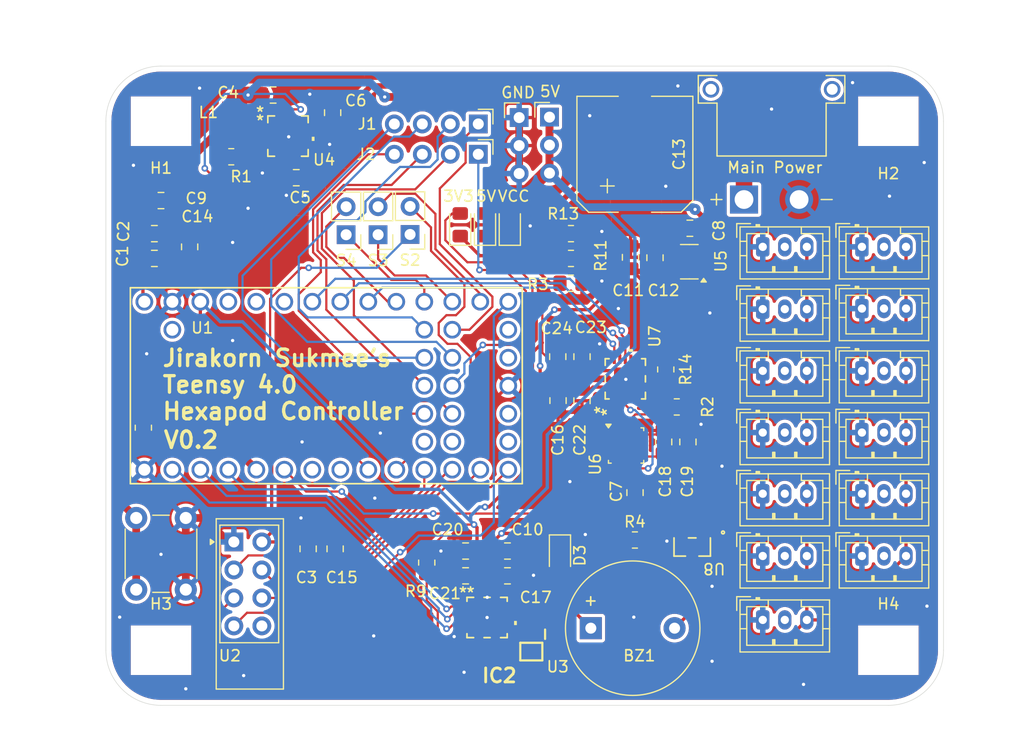
<source format=kicad_pcb>
(kicad_pcb (version 20240108) (generator "pcbnew") (generator_version "8.0")
  (layers (0 "F.Cu" signal) (1 "In1.Cu" power "PWR") (2 "In2.Cu" power "GND") (31 "B.Cu" signal) (34 "B.Paste" user) (35 "F.Paste" user) (36 "B.SilkS" user "B.Silkscreen") (37 "F.SilkS" user "F.Silkscreen") (38 "B.Mask" user) (39 "F.Mask" user) (44 "Edge.Cuts" user))
  (net 0 "")
  (net 1 "+5V")
  (net 2 "Net-(D5-K)")
  (net 3 "/button")
  (net 4 "Net-(BZ1--)")
  (net 5 "GND")
  (net 6 "+3V3")
  (net 7 "Net-(U4-SS{slash}TR)")
  (net 8 "VCC")
  (net 9 "Net-(U6-REGOUT)")
  (net 10 "+1V8")
  (net 11 "Net-(D1-K)")
  (net 12 "Net-(D4-K)")
  (net 13 "/OE_PIN")
  (net 14 "Net-(IC2-A2)")
  (net 15 "/from_nc7")
  (net 16 "/to_nc7")
  (net 17 "Net-(J1-Pin_1)")
  (net 18 "Net-(J1-Pin_4)")
  (net 19 "Net-(J1-Pin_2)")
  (net 20 "Net-(J1-Pin_3)")
  (net 21 "Net-(J2-Pin_3)")
  (net 22 "Net-(J2-Pin_4)")
  (net 23 "Net-(J2-Pin_2)")
  (net 24 "Net-(J2-Pin_1)")
  (net 25 "/SDA")
  (net 26 "/SDA_1V8")
  (net 27 "/SCL_1V8")
  (net 28 "/SCL")
  (net 29 "Net-(U4-PG)")
  (net 30 "Net-(U6-~{CS})")
  (net 31 "Net-(U3-OE)")
  (net 32 "/buzzer")
  (net 33 "/serial_tx2")
  (net 34 "/serial_rx2")
  (net 35 "/serial_tx3")
  (net 36 "/serial_rx3")
  (net 37 "/serial_tx4")
  (net 38 "/serial_rx4")
  (net 39 "/NRF_CSN")
  (net 41 "/NRF_MOSI")
  (net 49 "/servo_tx")
  (net 50 "/NRF_SCK")
  (net 52 "/NRF_MISO")
  (net 54 "/servo_dir")
  (net 55 "Net-(U8-BASE)")
  (net 56 "/servo_rx")
  (net 57 "/NRF_CE")
  (net 65 "Net-(L1-Pad2)")
  (net 78 "Net-(U7-OE)")
  (net 83 "/ICM_INT")
  (net 84 "/INT_1V8")
  (footprint "footprints:SOP50P310X90-8N" (layer "F.Cu") (at 142.6 122.125 -90)
    (property "Reference" "IC2")
    (property "Value" "NC7WZ241K8X" (hide yes))
  )
  (footprint "Connector_JST:JST_PH_B3B-PH-K_1x03_P2.00mm_Vertical" (layer "F.Cu") (at 172.6 102.25)
    (property "Reference" "servo1" (hide yes))
    (property "Value" "Conn_01x03_Socket")
  )
  (footprint "Buzzer_Beeper:Buzzer_12x9.5RM7.6" (layer "F.Cu") (at 148 120)
    (property "Reference" "BZ1")
    (property "Value" "Buzzer")
  )
  (footprint "MountingHole:MountingHole_3.2mm_M3" (layer "F.Cu") (at 175 74)
    (property "Reference" "H2")
    (property "Value" "MountingHole")
  )
  (footprint "Capacitor_SMD:C_0805_2012Metric_Pad1.18x1.45mm_HandSolder" (layer "F.Cu") (at 145 95.3625 90)
    (property "Reference" "C24")
    (property "Value" "0.1uF")
  )
  (footprint "Connector_PinHeader_2.54mm:PinHeader_1x04_P2.54mm_Vertical" (layer "F.Cu") (at 137.79 74.25 -90)
    (property "Reference" "J1")
    (property "Value" "24-27")
  )
  (footprint "Capacitor_SMD:C_0805_2012Metric_Pad1.18x1.45mm_HandSolder" (layer "F.Cu") (at 147.2 95.3625 -90)
    (property "Reference" "C23")
    (property "Value" "10uF")
  )
  (footprint "Resistor_SMD:R_0805_2012Metric_Pad1.20x1.40mm_HandSolder" (layer "F.Cu") (at 146.2 86.45 180)
    (property "Reference" "R11")
    (property "Value" "2.2K")
  )
  (footprint "MountingHole:MountingHole_3.2mm_M3" (layer "F.Cu") (at 109 74)
    (property "Reference" "H1")
    (property "Value" "MountingHole")
  )
  (footprint "Resistor_SMD:R_0805_2012Metric_Pad1.20x1.40mm_HandSolder" (layer "F.Cu") (at 115.373718 77.225002)
    (property "Reference" "R1")
    (property "Value" "100k")
  )
  (footprint "Resistor_SMD:R_0805_2012Metric_Pad1.20x1.40mm_HandSolder" (layer "F.Cu") (at 155.8 99.925 180)
    (property "Reference" "R2")
    (property "Value" "10K")
  )
  (footprint "Capacitor_SMD:C_0805_2012Metric_Pad1.18x1.45mm_HandSolder" (layer "F.Cu") (at 140.4375 115.25)
    (property "Reference" "C17")
    (property "Value" "10uF")
  )
  (footprint "Connector_JST:JST_PH_B3B-PH-K_1x03_P2.00mm_Vertical" (layer "F.Cu") (at 172.6 96.65)
    (property "Reference" "servo13" (hide yes))
    (property "Value" "Conn_01x03_Socket")
  )
  (footprint "Capacitor_SMD:C_0805_2012Metric_Pad1.18x1.45mm_HandSolder" (layer "F.Cu") (at 108.4 84.2 180)
    (property "Reference" "C2")
    (property "Value" "0.1uF")
  )
  (footprint "Sensor_Motion:InvenSense_QFN-24_3x3mm_P0.4mm" (layer "F.Cu") (at 151.2 103.425)
    (property "Reference" "U6")
    (property "Value" "ICM-20948")
  )
  (footprint "Resistor_SMD:R_0805_2012Metric_Pad1.20x1.40mm_HandSolder" (layer "F.Cu") (at 146.2 84.2 180)
    (property "Reference" "R13")
    (property "Value" "8.2K")
  )
  (footprint "Capacitor_SMD:C_0805_2012Metric_Pad1.18x1.45mm_HandSolder" (layer "F.Cu") (at 136.6375 115.25)
    (property "Reference" "C21")
    (property "Value" "0.1uF")
  )
  (footprint "Diode_SMD:D_0805_2012Metric_Pad1.15x1.40mm_HandSolder" (layer "F.Cu") (at 140.65 83.4 90)
    (property "Reference" "VCC")
    (property "Value" "VCC")
  )
  (footprint "Capacitor_SMD:C_0805_2012Metric_Pad1.18x1.45mm_HandSolder" (layer "F.Cu") (at 154.61 103.1 90)
    (property "Reference" "C18")
    (property "Value" "0.1uF")
  )
  (footprint "Capacitor_SMD:C_0805_2012Metric_Pad1.18x1.45mm_HandSolder" (layer "F.Cu") (at 111.6 85.4 90)
    (property "Reference" "C14")
    (property "Value" "47uF")
  )
  (footprint "Capacitor_SMD:CP_Elec_10x10" (layer "F.Cu") (at 152 77 90)
    (property "Reference" "C13")
    (property "Value" "470uF")
  )
  (footprint "Capacitor_SMD:C_0805_2012Metric_Pad1.18x1.45mm_HandSolder" (layer "F.Cu") (at 145.025 99.35 90)
    (property "Reference" "C16")
    (property "Value" "10uF")
  )
  (footprint "footprints:RGY14_2P05X2P05" (layer "F.Cu") (at 138.587499 119.031)
    (property "Reference" "U3")
    (property "Value" "TXS0104ERGYR")
  )
  (footprint "Resistor_SMD:R_0805_2012Metric_Pad1.20x1.40mm_HandSolder" (layer "F.Cu") (at 146.2 88.7 180)
    (property "Reference" "R3")
    (property "Value" "1.5K")
  )
  (footprint "RF_Module:nRF24L01_Breakout" (layer "F.Cu") (at 115.6105 112.175)
    (property "Reference" "U2")
    (property "Value" "NRF24")
  )
  (footprint "Connector_JST:JST_PH_B3B-PH-K_1x03_P2.00mm_Vertical" (layer "F.Cu") (at 172.6 85.4)
    (property "Reference" "servo11" (hide yes))
    (property "Value" "Conn_01x03_Socket")
  )
  (footprint "Resistor_SMD:R_0805_2012Metric_Pad1.20x1.40mm_HandSolder" (layer "F.Cu") (at 133.1125 114.05 90)
    (property "Reference" "R9")
    (property "Value" "10K")
  )
  (footprint "Capacitor_SMD:C_0805_2012Metric_Pad1.18x1.45mm_HandSolder" (layer "F.Cu") (at 122.35 112.8 90)
    (property "Reference" "C3")
    (property "Value" "10uF")
  )
  (footprint "Connector_JST:JST_PH_B3B-PH-K_1x03_P2.00mm_Vertical" (layer "F.Cu") (at 163.6 107.8)
    (property "Reference" "servo5" (hide yes))
    (property "Value" "Conn_01x03_Socket")
  )
  (footprint "Connector_JST:JST_PH_B3B-PH-K_1x03_P2.00mm_Vertical" (layer "F.Cu") (at 163.6 119.25)
    (property "Reference" "servo4" (hide yes))
    (property "Value" "Conn_01x03_Socket")
  )
  (footprint "Connector_PinHeader_2.54mm:PinHeader_1x03_P2.54mm_Vertical" (layer "F.Cu") (at 144.25 73.63)
    (property "Reference" "5V")
    (property "Value" "Conn_01x03_Pin")
  )
  (footprint "Capacitor_SMD:C_0805_2012Metric_Pad1.18x1.45mm_HandSolder" (layer "F.Cu") (at 152.01 107.7 90)
    (property "Reference" "C7")
    (property "Value" "0.1uF")
  )
  (footprint "Connector_JST:JST_PH_B3B-PH-K_1x03_P2.00mm_Vertical" (layer "F.Cu") (at 163.6 113.45)
    (property "Reference" "servo2" (hide yes))
    (property "Value" "Conn_01x03_Socket")
  )
  (footprint "Capacitor_SMD:C_0805_2012Metric_Pad1.18x1.45mm_HandSolder" (layer "F.Cu") (at 151.6 86.35 90)
    (property "Reference" "C11")
    (property "Value" "0.1uF")
  )
  (footprint "Resistor_SMD:R_0805_2012Metric_Pad1.20x1.40mm_HandSolder" (layer "F.Cu") (at 107.4 101.81 90)
    (property "Reference" "R7" (hide yes))
    (property "Value" "10K")
  )
  (footprint "Diode_SMD:D_0805_2012Metric_Pad1.15x1.40mm_HandSolder" (layer "F.Cu") (at 136.15 83.4 90)
    (property "Reference" "3V3")
    (property "Value" "3V3 | Red")
  )
  (footprint "Capacitor_SMD:C_0805_2012Metric_Pad1.18x1.45mm_HandSolder" (layer "F.Cu") (at 124.573718 73.225002 -90)
    (property "Reference" "C6")
    (property "Value" "10uF")
  )
  (footprint "Capacitor_SMD:C_0805_2012Metric_Pad1.18x1.45mm_HandSolder" (layer "F.Cu") (at 136.6375 113)
    (property "Reference" "C20")
    (property "Value" "10uF")
  )
  (footprint "Resistor_SMD:R_0805_2012Metric_Pad1.20x1.40mm_HandSolder" (layer "F.Cu") (at 152 112)
    (property "Reference" "R4")
    (property "Value" "180")
  )
  (footprint "Connector_PinHeader_2.54mm:PinHeader_1x02_P2.54mm_Vertical" (layer "F.Cu") (at 125.8 84.3 180)
    (property "Reference" "S4")
    (property "Value" "SERIAL7")
  )
  (footprint "Capacitor_SMD:C_0805_2012Metric_Pad1.18x1.45mm_HandSolder" (layer "F.Cu") (at 156.9875 83.7125 180)
    (property "Reference" "C8")
    (property "Value" "10uF")
  )
  (footprint "footprints:RGY14_2P05X2P05" (layer "F.Cu") (at 151.131 97.374999 90)
    (property "Reference" "U7")
    (property "Value" "TXS0104ERGYR")
  )
  (footprint "Diode_SMD:D_0805_2012Metric_Pad1.15x1.40mm_HandSolder" (layer "F.Cu") (at 138.4 83.4 90)
    (property "Reference" "5V")
    (property "Value" "5V | Green")
  )
  (footprint "Connector_JST:JST_PH_B3B-PH-K_1x03_P2.00mm_Vertical" (layer "F.Cu") (at 163.6 102.25)
    (property "Reference" "servo10" (hide yes))
    (property "Value" "Conn_01x03_Socket")
  )
  (footprint "Capacitor_SMD:C_0805_2012Metric_Pad1.18x1.45mm_HandSolder" (layer "F.Cu") (at 124.8 112.8 90)
    (property "Reference" "C15")
    (property "Value" "0.1uF")
  )
  (footprint "footprints:IND_SRP2512_BRN" (layer "F.Cu") (at 115.673718 73.925002 -90)
    (property "Reference" "L1")
    (property "Value" "2.2uH")
  )
  (footprint "Connector_PinHeader_2.54mm:PinHeader_1x02_P2.54mm_Vertical" (layer "F.Cu") (at 131.6 84.275 180)
    (property "Reference" "S2")
    (property "Value" "CAN_SERIAL3")
  )
  (footprint "teensy.pretty-master:Teensy40" (layer "F.Cu") (at 124 98)
    (property "Reference" "U1")
    (property "Value" "Teensy4.0")
  )
  (footprint "MountingHole:MountingHole_3.2mm_M3" (layer "F.Cu") (at 175 122)
    (property "Reference" "H4")
    (property "Value" "MountingHole")
  )
  (footprint "Connector_JST:JST_PH_B3B-PH-K_1x03_P2.00mm_Vertical" (layer "F.Cu") (at 163.6 96.65)
    (property "Reference" "servo3" (hide yes))
    (property "Value" "Conn_01x03_Socket")
  )
  (footprint "Resistor_SMD:R_0805_2012Metric_Pad1.20x1.40mm_HandSolder" (layer "F.Cu") (at 154.8 96.525 -90)
    (property "Reference" "R14")
    (property "Value" "10K")
  )
  (footprint "Connector_JST:JST_PH_B3B-PH-K_1x03_P2.00mm_Vertical" (layer "F.Cu") (at 172.6 91)
    (property "Reference" "servo9" (hide yes))
    (property "Value" "Conn_01x03_Socket")
  )
  (footprint "MountingHole:MountingHole_3.2mm_M3" (layer "F.Cu") (at 109 122)
    (property "Reference" "H3")
    (property "Value" "MountingHole")
  )
  (footprint "Capacitor_SMD:C_0805_2012Metric_Pad1.18x1.45mm_HandSolder" (layer "F.Cu") (at 156.81 103.1 90)
    (property "Reference" "C19")
    (property "Value" "10uF")
  )
  (footprint "Button_Switch_THT:SW_PUSH_6mm" (layer "F.Cu") (at 106.75 116.5 90)
    (property "Reference" "button1" (hide yes))
    (property "Value" "SW_Push")
  )
  (footprint "Connector_PinHeader_2.54mm:PinHeader_1x04_P2.54mm_Vertical" (layer "F.Cu") (at 137.79 77 -90)
    (property "Reference" "J2")
    (property "Value" "28-31")
  )
  (footprint "Connector_PinHeader_2.54mm:PinHeader_1x02_P2.54mm_Vertical" (layer "F.Cu") (at 128.7 84.3 180)
    (property "Reference" "S3")
    (property "Value" "SERIAL8")
  )
  (footprint "Package_TO_SOT_SMD:SOT-23-5" (layer "F.Cu") (at 156.9375 86.75 180)
    (property "Reference" "U5")
    (property "Value" "MIC5504-1.8YM5")
  )
  (footprint "Capacitor_SMD:C_0805_2012Metric_Pad1.18x1.45mm_HandSolder" (layer "F.Cu") (at 121.273718 79.125002)
    (property "Reference" "C5")
    (property "Value" "0.1uF")
  )
  (footprint "footprints:AMASS_XT30PW-M" (layer "F.Cu") (at 164.4 71.10575)
    (property "Reference" "Main Power")
    (property "Value" "XT30PW-M")
  )
  (footprint "Diode_SMD:D_0805_2012Metric_Pad1.15x1.40mm_HandSolder" (layer "F.Cu") (at 145.2 113.4 -90)
    (property "Reference" "D3")
    (property "Value" "TS4148 RBG")
  )
  (footprint "Capacitor_SMD:C_0805_2012Metric_Pad1.18x1.45mm_HandSolder" (layer "F.Cu") (at 153.8225 86.3875 90)
    (property "Reference" "C12")
    (property "Value" "10uF")
  )
  (footprint "Connector_JST:JST_PH_B3B-PH-K_1x03_P2.00mm_Vertical" (layer "F.Cu") (at 163.6 91.05)
    (property "Reference" "servo12" (hide yes))
    (property "Value" "Conn_01x03_Socket")
  )
  (footprint "footprints:SOT-23_ONS" (layer "F.Cu") (at 157.2 112.6348 180)
    (property "Reference" "U8")
    (property "Value" "MMBT8099LT1G")
  )
  (footprint "Capacitor_SMD:C_0805_2012Metric_Pad1.18x1.45mm_HandSolder" (layer "F.Cu") (at 119.173718 71.625002)
    (property "Reference" "C4")
    (property "Value" "22uF")
  )
  (footprint "footprints3:RGT16_1P7X1P7" (layer "F.Cu") (at 120.523781 75.350001)
    (property "Reference" "U4")
    (property "Value" "TPS62143RGTT")
  )
  (footprint "Connector_JST:JST_PH_B3B-PH-K_1x03_P2.00mm_Vertical" (layer "F.Cu") (at 172.6 113.45)
    (property "Reference" "servo8" (hide yes))
    (property "Value" "Conn_01x03_Socket")
  )
  (footprint "Capacitor_SMD:C_0805_2012Metric_Pad1.18x1.45mm_HandSolder" (layer "F.Cu") (at 140.4375 113)
    (property "Reference" "C10")
    (property "Value" "0.1uF")
  )
  (footprint "Capacitor_SMD:C_0805_2012Metric_Pad1.18x1.45mm_HandSolder" (layer "F.Cu") (at 147.2 99.3625 -90)
    (property "Reference" "C22")
    (property "Value" "0.1uF")
  )
  (footprint "Capacitor_SMD:C_0805_2012Metric_Pad1.18x1.45mm_HandSolder" (layer "F.Cu") (at 108.4 86.45 180)
    (property "Reference" "C1")
    (property "Value" "10uF")
  )
  (footprint "Capacitor_SMD:C_0805_2012Metric_Pad1.18x1.45mm_HandSolder" (layer "F.Cu") (at 109 81.2)
    (property "Reference" "C9")
    (property "Value" "47uF")
  )
  (footprint "Connector_JST:JST_PH_B3B-PH-K_1x03_P2.00mm_Vertical" (layer "F.Cu") (at 163.6 85.4)
    (property "Reference" "servo6" (hide yes))
    (property "Value" "Conn_01x03_Socket")
  )
  (footprint "Connector_JST:JST_PH_B3B-PH-K_1x03_P2.00mm_Vertical" (layer "F.Cu") (at 172.6 107.8)
    (property "Reference" "servo7" (hide yes))
    (property "Value" "Conn_01x03_Socket")
  )
  (footprint "Connector_PinHeader_2.54mm:PinHeader_1x03_P2.54mm_Vertical" (layer "F.Cu") (at 141.5 73.67)
    (property "Reference" "GND")
    (property "Value" "Conn_01x03_Pin")
  )
  (gr_line (start 109 127) (end 175 127) (stroke (width 0.05)) (layer "Edge.Cuts"))
  (gr_line (start 180 122) (end 180 74) (stroke (width 0.05)) (layer "Edge.Cuts"))
  (gr_arc (start 175 69) (mid 178.535534 70.464466) (end 180 74) (stroke (width 0.05)) (layer "Edge.Cuts"))
  (gr_line (start 109 69) (end 175 69) (stroke (width 0.05)) (layer "Edge.Cuts"))
  (gr_arc (start 109 127) (mid 105.464466 125.535534) (end 104 122) (stroke (width 0.05)) (layer "Edge.Cuts"))
  (gr_arc (start 180 122) (mid 178.535534 125.535534) (end 175 127) (stroke (width 0.05)) (layer "Edge.Cuts"))
  (gr_arc (start 104 74) (mid 105.464466 70.464466) (end 109 69) (stroke (width 0.05)) (layer "Edge.Cuts"))
  (gr_line (start 104 74) (end 104 122) (stroke (width 0.05)) (layer "Edge.Cuts"))
  (gr_text "V0.2" (at 109.1 103.8 0) (layer "F.SilkS") (effects (font (size 1.5 1.5) (thickness 0.3) (bold yes)) (justify left bottom)))
  (gr_text "Jirakorn Sukmee's \nTeensy 4.0\nHexapod Controller" (at 109 101.2 0) (layer "F.SilkS") (effects (font (size 1.5 1.5) (thickness 0.3) (bold yes)) (justify left bottom)))
  (segment (start 116.9 71.625002) (end 116.073718 71.625002) (width 1.5) (layer "F.Cu") (net 1))
  (segment (start 107.3625 84.2) (end 107.3625 86.45) (width 0.3) (layer "F.Cu") (net 1))
  (segment (start 143.8 113.775) (end 145.2 112.375) (width 0.3) (layer "F.Cu") (net 1))
  (segment (start 143.8 123.25) (end 143.8 115.2) (width 0.2) (layer "F.Cu") (net 1))
  (segment (start 139.3375 117.3) (end 139.3375 115.3125) (width 0.3) (layer "F.Cu") (net 1))
  (segment (start 113.993418 73.578202) (end 114.599118 72.972502) (width 0.7) (layer "F.Cu") (net 1))
  (segment (start 139.4 111.9) (end 139.9 111.4) (width 0.3) (layer "F.Cu") (net 1))
  (segment (start 144.25 73.63) (end 144.25 77.979899) (width 0.7) (layer "F.Cu") (net 1))
  (segment (start 107.3625 83.1375) (end 107.3625 84.2) (width 0.7) (layer "F.Cu") (net 1))
  (segment (start 148 120) (end 143.8 115.8) (width 0.3) (layer "F.Cu") (net 1))
  (segment (start 139.4 113) (end 139.4 111.9) (width 0.3) (layer "F.Cu") (net 1))
  (segment (start 139.35 73.01) (end 138.14 71.8) (width 0.7) (layer "F.Cu") (net 1))
  (segment (start 142.079899 80.15) (end 139.35 80.15) (width 0.7) (layer "F.Cu") (net 1))
  (segment (start 144.25 78.71) (end 142.16 80.8) (width 0.7) (layer "F.Cu") (net 1))
  (segment (start 143.35 123.7) (end 143.8 123.25) (width 0.2) (layer "F.Cu") (net 1))
  (segment (start 116.073718 71.625002) (end 115.673718 72.025002) (width 1.5) (layer "F.Cu") (net 1))
  (segment (start 107.9625 81.2) (end 107.9625 82.5375) (width 0.7) (layer "F.Cu") (net 1))
  (segment (start 159.5875 85.5125) (end 159.5875 86.932592) (width 0.5) (layer "F.Cu") (net 1))
  (segment (start 112.973718 78.273718) (end 113.4 78.7) (width 0.2) (layer "F.Cu") (net 1))
  (segment (start 142.16 80.8) (end 139.975 80.8) (width 0.7) (layer "F.Cu") (net 1))
  (segment (start 145.2 112.375) (end 144.225 111.4) (width 0.3) (layer "F.Cu") (net 1))
  (segment (start 107.9625 81.1375) (end 113.993418 75.106582) (width 0.7) (layer "F.Cu") (net 1))
  (segment (start 139.3375 115.3125) (end 139.4 115.25) (width 0.3) (layer "F.Cu") (net 1))
  (segment (start 139.35 80.15) (end 139.35 73.01) (width 0.7) (layer "F.Cu") (net 1))
  (segment (start 158.025 83.95) (end 159.5875 85.5125) (width 0.5) (layer "F.Cu") (net 1))
  (segment (start 143.8 115.2) (end 143.8 113.775) (width 0.3) (layer "F.Cu") (net 1))
  (segment (start 120.773844 73.210126) (end 121.058968 72.925002) (width 0.2) (layer "F.Cu") (net 1))
  (segment (start 113.993418 75.106582) (end 113.993418 73.578202) (width 0.7) (layer "F.Cu") (net 1))
  (segment (start 158.025 82.569003) (end 158.025 83.7125) (width 0.5) (layer "F.Cu") (net 1))
  (segment (start 107.9625 81.2) (end 107.9625 81.1375) (width 0.7) (layer "F.Cu") (net 1))
  (segment (start 138.14 71.8) (end 129.3 71.8) (width 0.7) (layer "F.Cu") (net 1))
  (segment (start 114.599118 72.972502) (end 115.673718 72.972502) (width 0.7) (layer "F.Cu") (net 1))
  (segment (start 115.673718 72.025002) (end 115.673718 72.972502) (width 1.5) (layer "F.Cu") (net 1))
  (segment (start 107.3625 90.2525) (end 107.49 90.38) (width 0.3) (layer "F.Cu") (net 1))
  (segment (start 114 78.7) (end 114.373718 78.326282) (width 0.2) (layer "F.Cu") (net 1))
  (segment (start 113.4 78.7) (end 114 78.7) (width 0.2) (layer "F.Cu") (net 1))
  (segment (start 120.773844 73.875) (end 120.773844 73.210126) (width 0.2) (layer "F.Cu") (net 1))
  (segment (start 158.025 83.7125) (end 158.025 85.75) (width 0.5) (layer "F.Cu") (net 1))
  (segment (start 159.5875 86.932592) (end 158.820092 87.7) (width 0.5) (layer "F.Cu") (net 1))
  (segment (start 114.373718 78.326282) (end 114.373718 77.225002) (width 0.2) (layer "F.Cu") (net 1))
  (segment (start 144.25 73.63) (end 144.25 78.71) (width 0.7) (layer "F.Cu") (net 1))
  (segment (start 107.3625 86.45) (end 107.3625 90.2525) (width 0.3) (layer "F.Cu") (net 1))
  (segment (start 144.225 111.4) (end 139.9 111.4) (width 0.3) (layer "F.Cu") (net 1))
  (segment (start 107.9625 82.5375) (end 107.3625 83.1375) (width 0.7) (layer "F.Cu") (net 1))
  (segment (start 144.25 77.979899) (end 142.079899 80.15) (width 0.7) (layer "F.Cu") (net 1))
  (segment (start 157.461715 82.005718) (end 158.025 82.569003) (width 0.5) (layer "F.Cu") (net 1))
  (segment (start 116.9 71.625002) (end 118.136218 71.625002) (width 1.5) (layer "F.Cu") (net 1))
  (segment (start 139.4 115.25) (end 139.4 113) (width 0.3) (layer "F.Cu") (net 1))
  (segment (start 139.975 80.8) (end 138.4 82.375) (width 0.7) (layer "F.Cu") (net 1))
  (segment (start 143.8 115.8) (end 143.8 115.2) (width 0.3) (layer "F.Cu") (net 1))
  (segment (start 121.058968 72.925002) (end 121.673718 72.925002) (width 0.2) (layer "F.Cu") (net 1))
  (via (at 157.461715 82.005718) (size 1) (drill 0.3) (layers "F.Cu" "B.Cu") (net 1))
  (via (at 129.3 71.8) (size 1) (drill 0.3) (layers "F.Cu" "B.Cu") (net 1))
  (via (at 139.9 111.4) (size 0.6) (drill 0.3) (layers "F.Cu" "B.Cu") (net 1))
  (via (at 121.673718 72.925002) (size 0.6) (drill 0.3) (layers "F.Cu" "B.Cu") (net 1))
  (via (at 116.9 71.625002) (size 1) (drill 0.3) (layers "F.Cu" "B.Cu") (net 1))
  (via (at 112.973718 78.273718) (size 0.6) (drill 0.3) (layers "F.Cu" "B.Cu") (net 1))
  (segment (start 112.973718 78.273718) (end 112.973718 73.325002) (width 0.2) (layer "B.Cu") (net 1))
  (segment (start 157.461715 82.005718) (end 157.255997 81.8) (width 0.7) (layer "B.Cu") (net 1))
  (segment (start 157.255997 81.8) (end 149.2 81.8) (width 0.7) (layer "B.Cu") (net 1))
  (segment (start 129.3 71.8) (end 128 70.5) (width 0.7) (layer "B.Cu") (net 1))
  (segment (start 144.05 102.45) (end 152 94.5) (width 0.3) (layer "B.Cu") (net 1))
  (segment (start 112.973718 73.325002) (end 114.773718 71.525002) (width 0.2) (layer "B.Cu") (net 1))
  (segment (start 149.2 81.8) (end 147.34 81.8) (width 0.7) (layer "B.Cu") (net 1))
  (segment (start 114.773718 71.525002) (end 116.9 71.525002) (width 0.2) (layer "B.Cu") (net 1))
  (segment (start 147.34 81.8) (end 144.25 78.71) (width 0.7) (layer "B.Cu") (net 1))
  (segment (start 121.673718 72.925002) (end 120.273718 71.525002) (width 0.2) (layer "B.Cu") (net 1))
  (segment (start 117.925002 70.5) (end 116.9 71.525002) (width 0.7) (layer "B.Cu") (net 1))
  (segment (start 152 94.5) (end 152 84.6) (width 0.3) (layer "B.Cu") (net 1))
  (segment (start 144.05 107.25) (end 144.05 102.45) (width 0.3) (layer "B.Cu") (net 1))
  (segment (start 120.273718 71.525002) (end 116.9 71.525002) (width 0.2) (layer "B.Cu") (net 1))
  (segment (start 128 70.5) (end 117.925002 70.5) (width 0.7) (layer "B.Cu") (net 1))
  (segment (start 139.9 111.4) (end 144.05 107.25) (width 0.3) (layer "B.Cu") (net 1))
  (segment (start 152 84.6) (end 149.2 81.8) (width 0.3) (layer "B.Cu") (net 1))
  (segment (start 144.3 88.7) (end 145.2 88.7) (width 0.3) (layer "F.Cu") (net 2))
  (segment (start 136.15 84.425) (end 137.925 86.2) (width 0.3) (layer "F.Cu") (net 2))
  (segment (start 137.925 86.2) (end 141.8 86.2) (width 0.3) (layer "F.Cu") (net 2))
  (segment (start 141.8 86.2) (end 144.3 88.7) (width 0.3) (layer "F.Cu") (net 2))
  (segment (start 107.4 102.81) (end 114.84 102.81) (width 0.7) (layer "F.Cu") (net 3))
  (segment (start 107.4 102.81) (end 105.75 104.46) (width 0.7) (layer "F.Cu") (net 3))
  (segment (start 105.75 109) (end 106.75 110) (width 0.7) (layer "F.Cu") (net 3))
  (segment (start 105.75 104.46) (end 105.75 109) (width 0.7) (layer "F.Cu") (net 3))
  (segment (start 114.84 102.81) (end 117.65 105.62) (width 0.7) (layer "F.Cu") (net 3))
  (segment (start 106.75 110) (end 106.75 116.5) (width 0.7) (layer "F.Cu") (net 3))
  (segment (start 156.375 114.425) (end 157.2 113.6) (width 0.5) (layer "F.Cu") (net 4))
  (segment (start 155.6 120) (end 157.2 118.4) (width 0.3) (layer "F.Cu") (net 4))
  (segment (start 157.2 118.4) (end 157.2 113.6) (width 0.3) (layer "F.Cu") (net 4))
  (segment (start 145.2 114.425) (end 156.375 114.425) (width 0.5) (layer "F.Cu") (net 4))
  (segment (start 157.3725 101.5) (end 156.81 102.0625) (width 0.3) (layer "F.Cu") (net 5))
  (segment (start 119.773592 74.599812) (end 120.523781 75.350001) (width 0.2) (layer "F.Cu") (net 5))
  (segment (start 137.837498 119.781001) (end 138.587499 119.031) (width 0.2) (layer "F.Cu") (net 5))
  (segment (start 155.85 99.319544) (end 155.85 101.1025) (width 0.3) (layer "F.Cu") (net 5))
  (segment (start 137.837498 120.762) (end 137.837498 119.781001) (width 0.2) (layer "F.Cu") (net 5))
  (segment (start 120.273718 76.825002) (end 120.273718 75.600064) (width 0.2) (layer "F.Cu") (net 5))
  (segment (start 120.773844 75.600064) (end 120.58689 75.41311) (width 0.2) (layer "F.Cu") (net 5))
  (segment (start 110.0375 81.2) (end 110.0375 83.6) (width 0.3) (layer "F.Cu") (net 5))
  (segment (start 120.773844 77.725128) (end 121.073718 78.025002) (width 0.2) (layer "F.Cu") (net 5))
  (segment (start 121.073718 78.025002) (end 121.073718 80.025002) (width 0.2) (layer "F.Cu") (net 5))
  (segment (start 151.881001 98.125) (end 151.178001 97.422) (width 0.3) (layer "F.Cu") (net 5))
  (segment (start 111.4375 84.2) (end 111.6 84.3625) (width 0.3) (layer "F.Cu") (net 5))
  (segment (start 110.0375 83.6) (end 109.4375 84.2) (width 0.3) (layer "F.Cu") (net 5))
  (segment (start 111.25 110) (end 112.9355 110) (width 0.7) (layer "F.Cu") (net 5))
  (segment (start 158 101.5) (end 157.3725 101.5) (width 0.3) (layer "F.Cu") (net 5))
  (segment (start 151.6 85.3125) (end 153.785 85.3125) (width 0.5) (layer "F.Cu") (net 5))
  (segment (start 152.7 102.425) (end 154.2475 102.425) (width 0.2) (layer "F.Cu") (net 5))
  (segment (start 120.58689 75.41311) (end 120.523781 75.350001) (width 0.2) (layer "F.Cu") (net 5))
  (segment (start 151.8 101.55364) (end 152.25364 101.1) (width 0.2) (layer "F.Cu") (net 5))
  (segment (start 154.2475 102.425) (end 154.61 102.0625) (width 0.2) (layer "F.Cu") (net 5))
  (segment (start 121.273718 76.825254) (end 121.273718 77.725002) (width 0.2) (layer "F.Cu") (net 5))
  (segment (start 155.2225 86.75) (end 153.8225 85.35) (width 0.3) (layer "F.Cu") (net 5))
  (segment (start 109.4375 84.2) (end 109.4375 86.45) (width 0.3) (layer "F.Cu") (net 5))
  (segment (start 120.273718 75.099938) (end 120.523781 75.350001) (width 0.2) (layer "F.Cu") (net 5))
  (segment (start 147.2 94.325) (end 145.2 94.325) (width 0.3) (layer "F.Cu") (net 5))
  (segment (start 121.373718 80.025002) (end 122.073718 80.725002) (width 0.2) (layer "F.Cu") (net 5))
  (segment (start 152.862 98.125) (end 153.725 98.125) (width 0.3) (layer "F.Cu") (net 5))
  (segment (start 121.27397 76.825002) (end 121.273718 76.825254) (width 0.2) (layer "F.Cu") (net 5))
  (segment (start 157.412501 86.75) (end 156.9375 86.274999) (width 0.3) (layer "F.Cu") (net 5))
  (segment (start 119.773592 73.875) (end 119.773592 74.599812) (width 0.2) (layer "F.Cu") (net 5))
  (segment (start 151.178 97.422) (end 151.178 97.421999) (width 0.3) (layer "F.Cu") (net 5))
  (segment (start 153.725 98.125) (end 154.2 98.6) (width 0.3) (layer "F.Cu") (net 5))
  (segment (start 147.2 100.4) (end 145.2 100.4) (width 0.3) (layer "F.Cu") (net 5))
  (segment (start 121.27397 76.825002) (end 121.27397 76.10019) (width 0.2) (layer "F.Cu") (net 5))
  (segment (start 119.773592 78.662376) (end 120.236218 79.125002) (width 0.2) (layer "F.Cu") (net 5))
  (segment (start 155.85 101.1025) (end 156.81 102.0625) (width 0.3) (layer "F.Cu") (net 5))
  (segment (start 121.27397 76.10019) (end 120.523781 75.350001) (width 0.2) (layer "F.Cu") (net 5))
  (segment (start 120.773844 76.825002) (end 120.773844 75.600064) (width 0.2) (layer "F.Cu") (net 5))
  (segment (start 151.178 97.421999) (end 151.131 97.374999) (width 0.3) (layer "F.Cu") (net 5))
  (segment (start 141.475 115.25) (end 141.475 113) (width 0.3) (layer "F.Cu") (net 5))
  (segment (start 121.273718 77.725002) (end 121.373718 77.825002) (width 0.2) (layer "F.Cu") (net 5))
  (segment (start 122.35 111.7625) (end 124.8 111.7625) (width 0.3) (layer "F.Cu") (net 5))
  (segment (start 111.25 110) (end 111.25 116.5) (width 0.7) (layer "F.Cu") (net 5))
  (segment (start 154.2 98.6) (end 155.130456 98.6) (width 0.3) (layer "F.Cu") (net 5))
  (segment (start 155.130456 98.6) (end 155.85 99.319544) (width 0.3) (layer "F.Cu") (net 5))
  (segment (start 120.273718 76.825002) (end 120.273718 79.087502) (width 0.2) (layer "F.Cu") (net 5))
  (segment (start 121.373718 77.825002) (end 121.373718 80.025002) (width 0.2) (layer "F.Cu") (net 5))
  (segment (start 154.61 102.0625) (end 156.81 102.0625) (width 0.2) (layer "F.Cu") (net 5))
  (segment (start 119.773592 76.825002) (end 119.773592 78.662376) (width 0.2) (layer "F.Cu") (net 5))
  (segment (start 141.5 73.67) (end 141.5 78.75) (width 0.7) (layer "F.Cu") (net 5))
  (segment (start 158.075 86.75) (end 155.2225 86.75) (width 0.3) (layer "F.Cu") (net 5))
  (segment (start 151.8 101.925) (end 151.8 101.55364) (width 0.2) (layer "F.Cu") (net 5))
  (segment (start 151.178001 97.422) (end 151.178 97.422) (width 0.3) (layer "F.Cu") (net 5))
  (segment (start 152.862 98.125) (end 151.881001 98.125) (width 0.3) (layer "F.Cu") (net 5))
  (segment (start 152.25364 101.1) (end 153.6475 101.1) (width 0.2) (layer "F.Cu") (net 5))
  (segment (start 109.4375 84.2) (end 111.4375 84.2) (width 0.3) (layer "F.Cu") (net 5))
  (segment (start 120.273718 75.600064) (end 120.523781 75.350001) (width 0.2) (layer "F.Cu") (net 5))
  (segment (start 109.4375 89.7875) (end 110.03 90.38) (width 0.3) (layer "F.Cu") (net 5))
  (segment (start 121.073718 80.025002) (end 120.373718 80.725002) (width 0.2) (layer "F.Cu") (net 5))
  (segment (start 137.837498 120.762) (end 135.6005 120.762) (width 0.2) (layer "F.Cu") (net 5))
  (segment (start 112.9355 110) (end 115.1105 112.175) (width 0.7) (layer "F.Cu") (net 5))
  (segment (start 156.9375 84.7) (end 155.95 83.7125) (width 0.3) (layer "F.Cu") (net 5))
  (segment (start 120.273718 79.087502) (end 120.236218 79.125002) (width 0.2) (layer "F.Cu") (net 5))
  (segment (start 120.273718 73.875) (end 120.273718 75.099938) (width 0.2) (layer "F.Cu") (net 5))
  (segment (start 120.773844 76.825002) (end 120.773844 77.725128) (width 0.2) (layer "F.Cu") (net 5))
  (segment (start 156.9375 86.274999) (end 156.9375 84.7) (width 0.3) (layer "F.Cu") (net 5))
  (segment (start 135.6 115.25) (end 135.6 113) (width 0.3) (layer "F.Cu") (net 5))
  (segment (start 119.773592 76.10019) (end 120.523781 75.350001) (width 0.2) (layer "F.Cu") (net 5))
  (segment (start 119.773592 76.825002) (end 119.773592 76.10019) (width 0.2) (layer "F.Cu") (net 5))
  (segment (start 153.6475 101.1) (end 154.61 102.0625) (width 0.2) (layer "F.Cu") (net 5))
  (segment (start 109.4375 86.45) (end 109.4375 89.7875) (width 0.3) (layer "F.Cu") (net 5))
  (via (at 171.75 70.5) (size 1) (drill 0.3) (layers "F.Cu" "B.Cu") (net 5))
  (via (at 148.8 94.2) (size 0.6) (drill 0.3) (layers "F.Cu" "B.Cu") (net 5))
  (via (at 142.5 83.5) (size 0.6) (drill 0.3) (layers "F.Cu" "B.Cu") (net 5))
  (via (at 120.58689 75.41311) (size 1) (drill 0.3) (layers "F.Cu" "B.Cu") (net 5))
  (via (at 116.9 81.9) (size 1) (drill 0.3) (layers "F.Cu" "B.Cu") (net 5))
  (via (at 138.587499 119.031) (size 1) (drill 0.3) (layers "F.Cu" "B.Cu") (net 5))
  (via (at 149 88.5) (size 1) (drill 0.3) (layers "F.Cu" "B.Cu") (net 5))
  (via (at 154.9 112.1) (size 0.6) (drill 0.3) (layers "F.Cu" "B.Cu") (net 5))
  (via (at 151.178 97.422) (size 1) (drill 0.3) (layers "F.Cu" "B.Cu") (net 5))
  (via (at 121.8 103.1) (size 1) (drill 0.3) (layers "F.Cu" "B.Cu") (net 5))
  (via (at 128.4 108.2) (size 1) (drill 0.3) (layers "F.Cu" "B.Cu") (net 5))
  (via (at 112.5 71) (size 1) (drill 0.3) (layers "F.Cu" "B.Cu") (net 5))
  (via (at 109 113.3) (size 1) (drill 0.3) (layers "F.Cu" "B.Cu") (net 5))
  (via (at 158.8 91.4) (size 1) (drill 0.3) (layers "F.Cu" "B.Cu") (net 5))
  (via (at 136.5 124) (size 1) (drill 0.3) (layers "F.Cu" "B.Cu") (net 5))
  (via (at 128.3 120.7) (size 1) (drill 0.3) (layers "F.Cu" "B.Cu") (net 5))
  (via (at 167.3 125.1) (size 1) (drill 0.3) (layers "F.Cu" "B.Cu") (net 5))
  (via (at 106.5 78) (size 1) (drill 0.3) (layers "F.Cu" "B.Cu") (net 5))
  (via (at 115.5 85) (size 1) (drill 0.3) (layers "F.Cu" "B.Cu") (net 5))
  (via (at 175.1 80.8) (size 1) (drill 0.3) (layers "F.Cu" "B.Cu") (net 5))
  (via (at 121.7 110) (size 1) (drill 0.3) (layers "F.Cu" "B.Cu") (net 5))
  (via (at 134.4 113) (size 0.6) (drill 0.3) (layers "F.Cu" "B.Cu") (net 5))
  (via (at 154.8 79.9) (size 2) (drill 0.3) (layers "F.Cu" "B.Cu") (net 5))
  (via (at 149 84) (size 1) (drill 0.3) (layers "F.Cu" "B.Cu") (net 5))
  (via (at 135.6005 120.762) (size 0.6) (drill 0.3) (layers "F.Cu" "B.Cu") (net 5))
  (via (at 115.5 93.9) (size 1) (drill 0.3) (layers "F.Cu" "B.Cu") (net 5))
  (via (at 146.1 106.7) (size 1) (drill 0.3) (layers "F.Cu" "B.Cu") (net 5))
  (via (at 128.9 102.3) (size 1) (drill 0.3) (layers "F.Cu" "B.Cu") (net 5))
  (via (at 111.25 125.5) (size 1) (drill 0.3) (layers "F.Cu" "B.Cu") (net 5))
  (via (at 159.9 105.3) (size 1) (drill 0.3) (layers "F.Cu" "B.Cu") (net 5))
  (via (at 178.25 77.75) (size 1) (drill 0.3) (layers "F.Cu" "B.Cu") (net 5))
  (via (at 158 101.5) (size 0.6) (drill 0.3) (layers "F.Cu" "B.Cu") (net 5))
  (via (at 120.373718 80.725002) (size 0.6) (drill 0.3) (layers "F.Cu" "B.Cu") (net 5))
  (via (at 138.6 117.2) (size 0.6) (drill 0.3) (layers "F.Cu" "B.Cu") (net 5))
  (via (at 142.8 115.2) (size 0.6) (drill 0.3) (layers "F.Cu" "B.Cu") (net 5))
  (via (at 122.073718 80.725002) (size 0.6) (drill 0.3) (layers "F.Cu" "B.Cu") (net 5))
  (via (at 151.9 119) (size 1) (drill 0.3) (layers "F.Cu" "B.Cu") (net 5))
  (via (at 105.25 119) (size 1) (drill 0.3) (layers "F.Cu" "B.Cu") (net 5))
  (via (at 150.5 91) (size 1) (drill 0.3) (layers "F.Cu" "B.Cu") (net 5))
  (via (at 155.9 70.8) (size 1) (drill 0.3) (layers "F.Cu" "B.Cu") (net 5))
  (via (at 147.5 111.5) (size 1) (drill 0.3) (layers "F.Cu" "B.Cu") (net 5))
  (via (at 147.9 73.5) (size 1) (drill 0.3) (layers "F.Cu" "B.Cu") (net 5))
  (via (at 107.7 95.1) (size 1) (drill 0.3) (layers "F.Cu" "B.Cu") (net 5))
  (via (at 124.3 76.1) (size 1) (drill 0.3) (layers "F.Cu" "B.Cu") (net 5))
  (via (at 178.5 118) (size 1) (drill 0.3) (layers "F.Cu" "B.Cu") (net 5))
  (via (at 164.4 72.9) (size 1) (drill 0.3) (layers "F.Cu" "B.Cu") (net 5))
  (via (at 159 123) (size 1) (drill 0.3) (layers "F.Cu" "B.Cu") (net 5))
  (via (at 116.5 124.3) (size 1) (drill 0.3) (layers "F.Cu" "B.Cu") (net 5))
  (via (at 118.2 78.7) (size 1) (drill 0.3) (layers "F.Cu" "B.Cu") (net 5))
  (via (at 122.5 71.55) (size 1) (drill 0.3) (layers "F.Cu" "B.Cu") (net 5))
  (via (at 159 116.2) (size 1) (drill 0.3) (layers "F.Cu" "B.Cu") (net 5))
  (segment (start 143.6 95) (end 145 96.4) (width 0.2) (layer "F.Cu") (net 6))
  (segment (start 145.2 96.4) (end 147.2 96.4) (width 0.3) (layer "F.Cu") (net 6))
  (segment (start 134.3125 114.25) (end 134.3125 115.65) (width 0.2) (layer "F.Cu") (net 6))
  (segment (start 143.6 94.1) (end 143.6 91) (width 0.2) (layer "F.Cu") (net 6))
  (segment (start 134.8 83) (end 135.425 82.375) (width 0.2) (layer "F.Cu") (net 6))
  (segment (start 122.35 113.8375) (end 121.4375 113.8375) (width 0.3) (layer "F.Cu") (net 6))
  (segment (start 136.8 86.8) (end 134.8 84.8) (width 0.2) (layer "F.Cu") (net 6))
  (segment (start 135.425 82.375) (end 136.15 82.375) (width 0.2) (layer "F.Cu") (net 6))
  (segment (start 142.7 105.056346) (end 138.756346 109) (width 0.3) (layer "F.Cu") (net 6))
  (segment (start 142.7 88.7) (end 140.8 86.8) (width 0.2) (layer "F.Cu") (net 6))
  (segment (start 143.6 94.1) (end 143.6 95) (width 0.2) (layer "F.Cu") (net 6))
  (segment (start 142.7 90.1) (end 142.7 88.7) (width 0.2) (layer "F.Cu") (net 6))
  (segment (start 148.075 96.4) (end 148.299998 96.624998) (width 0.3) (layer "F.Cu") (net 6))
  (segment (start 112.57 90.38) (end 112.57 95.64) (width 0.3) (layer "F.Cu") (net 6))
  (segment (start 137.837498 117.3) (end 137.837498 115.412498) (width 0.3) (layer "F.Cu") (net 6))
  (segment (start 111.6 86.4375) (end 111.6 89.41) (width 0.3) (layer "F.Cu") (net 6))
  (segment (start 133.1125 113.05) (end 134.3125 114.25) (width 0.2) (layer "F.Cu") (net 6))
  (segment (start 111.6 89.41) (end 112.57 90.38) (width 0.3) (layer "F.Cu") (net 6))
  (segment (start 137.4 110.6) (end 135.5625 110.6) (width 0.2) (layer "F.Cu") (net 6))
  (segment (start 134.8 84.8) (end 134.8 83) (width 0.2) (layer "F.Cu") (net 6))
  (segment (start 140.8 86.8) (end 136.8 86.8) (width 0.2) (layer "F.Cu") (net 6))
  (segment (start 119.04 102.11) (end 119.04 111.2855) (width 0.3) (layer "F.Cu") (net 6))
  (segment (start 119.04 111.2855) (end 118.1505 112.175) (width 0.3) (layer "F.Cu") (net 6))
  (segment (start 112.57 95.64) (end 119.04 102.11) (width 0.3) (layer "F.Cu") (net 6))
  (segment (start 124.8 113.8375) (end 122.35 113.8375) (width 0.3) (layer "F.Cu") (net 6))
  (segment (start 119.775 112.175) (end 118.1505 112.175) (width 0.3) (layer "F.Cu") (net 6))
  (segment (start 143.6 91) (end 142.7 90.1) (width 0.2) (layer "F.Cu") (net 6))
  (segment (start 137.4 110.6) (end 137.675 110.875) (width 0.3) (layer "F.Cu") (net 6))
  (segment (start 112.57 95.64) (end 107.4 100.81) (width 0.3) (layer "F.Cu") (net 6))
  (segment (start 137.837498 115.412498) (end 137.675 115.25) (width 0.3) (layer "F.Cu") (net 6))
  (segment (start 143.6 94.1) (end 142.7 95) (width 0.3) (layer "F.Cu") (net 6))
  (segment (start 142.7 95) (end 142.7 105.056346) (width 0.3) (layer "F.Cu") (net 6))
  (segment (start 134.3125 115.65) (end 134.9375 116.275) (width 0.2) (layer "F.Cu") (net 6))
  (segment (start 121.4375 113.8375) (end 119.775 112.175) (width 0.3) (layer "F.Cu") (net 6))
  (segment (start 136.65 116.275) (end 137.675 115.25) (width 0.2) (layer "F.Cu") (net 6))
  (segment (start 134.9375 116.275) (end 136.65 116.275) (width 0.2) (layer "F.Cu") (net 6))
  (segment (start 135.5625 110.6) (end 133.1125 113.05) (width 0.2) (layer "F.Cu") (net 6))
  (segment (start 137.675 110.875) (end 137.675 113) (width 0.3) (layer "F.Cu") (net 6))
  (segment (start 148.299998 96.624998) (end 149.4 96.624998) (width 0.3) (layer "F.Cu") (net 6))
  (segment (start 147.2 96.4) (end 148.075 96.4) (width 0.3) (layer "F.Cu") (net 6))
  (segment (start 138.756346 109) (end 138.4 109) (width 0.3) (layer "F.Cu") (net 6))
  (segment (start 137.675 115.25) (end 137.675 113) (width 0.3) (layer "F.Cu") (net 6))
  (via (at 138.4 109) (size 0.6) (drill 0.3) (layers "F.Cu" "B.Cu") (net 6))
  (via (at 137.4 110.6) (size 0.6) (drill 0.3) (layers "F.Cu" "B.Cu") (net 6))
  (segment (start 137.4 110.6) (end 137.1 110.3) (width 0.3) (layer "B.Cu") (net 6))
  (segment (start 116.4 92.2) (end 114.39 92.2) (width 0.3) (layer "B.Cu") (net 6))
  (segment (start 114.39 92.2) (end 112.57 90.38) (width 0.3) (layer "B.Cu") (net 6))
  (segment (start 134.2 107.4) (end 130.263654 107.4) (width 0.3) (layer "B.Cu") (net 6))
  (segment (start 129.1 106.236346) (end 129.1 104.9) (width 0.3) (layer "B.Cu") (net 6))
  (segment (start 130.263654 107.4) (end 129.1 106.236346) (width 0.3) (layer "B.Cu") (net 6))
  (segment (start 137.9 109) (end 137.1 109.8) (width 0.3) (layer "B.Cu") (net 6))
  (segment (start 137.1 109.8) (end 137.1 110.3) (width 0.3) (layer "B.Cu") (net 6))
  (segment (start 138.4 109) (end 137.9 109) (width 0.3) (layer "B.Cu") (net 6))
  (segment (start 129.1 104.9) (end 116.4 92.2) (width 0.3) (layer "B.Cu") (net 6))
  (segment (start 137.1 110.3) (end 134.2 107.4) (width 0.3) (layer "B.Cu") (net 6))
  (segment (start 122.873718 79.125002) (end 122.311218 79.125002) (width 0.2) (layer "F.Cu") (net 7))
  (segment (start 123.373718 78.625002) (end 122.873718 79.125002) (width 0.2) (layer "F.Cu") (net 7))
  (segment (start 123.373718 76.825002) (end 123.373718 78.625002) (width 0.2) (layer "F.Cu") (net 7))
  (segment (start 121.998782 76.100002) (end 122.648718 76.100002) (width 0.2) (layer "F.Cu") (net 7))
  (segment (start 122.648718 76.100002) (end 123.373718 76.825002) (width 0.2) (layer "F.Cu") (net 7))
  (segment (start 124.573718 74.262502) (end 123.236219 75.600001) (width 0.2) (layer "F.Cu") (net 8))
  (segment (start 123.236219 75.600001) (end 121.998782 75.600001) (width 0.2) (layer "F.Cu") (net 8))
  (segment (start 152.5 72.5) (end 152 73) (width 1.5) (layer "F.Cu") (net 8))
  (segment (start 161.9 81.10575) (end 161.9 77.1) (width 1.5) (layer "F.Cu") (net 8))
  (segment (start 124.186216 73.875) (end 124.573718 74.262502) (width 0.2) (layer "F.Cu") (net 8))
  (segment (start 123.261219 75.100001) (end 121.998782 75.100001) (width 0.2) (layer "F.Cu") (net 8))
  (segment (start 152 74.6) (end 144.225 82.375) (width 0.5) (layer "F.Cu") (net 8))
  (segment (start 124.573718 74.262502) (end 123.486218 74.262502) (width 0.2) (layer "F.Cu") (net 8))
  (segment (start 121.27397 73.875) (end 124.186216 73.875) (width 0.2) (layer "F.Cu") (net 8))
  (segment (start 123.14872 74.6) (end 121.998782 74.6) (width 0.2) (layer "F.Cu") (net 8))
  (segment (start 123.486218 74.262502) (end 123.14872 74.6) (width 0.2) (layer "F.Cu") (net 8))
  (segment (start 124.098718 74.262502) (end 123.261219 75.100001) (width 0.2) (layer "F.Cu") (net 8))
  (segment (start 157.8 73) (end 152 73) (width 1.5) (layer "F.Cu") (net 8))
  (segment (start 149.8 70.8) (end 128.03622 70.8) (width 0.5) (layer "F.Cu") (net 8))
  (segment (start 152 73) (end 152 74.6) (width 0.5) (layer "F.Cu") (net 8))
  (segment (start 152 73) (end 149.8 70.8) (width 0.5) (layer "F.Cu") (net 8))
  (segment (start 144.225 82.375) (end 140.65 82.375) (width 0.5) (layer "F.Cu") (net 8))
  (segment (start 128.03622 70.8) (end 124.573718 74.262502) (width 0.5) (layer "F.Cu") (net 8))
  (segment (start 161.9 77.1) (end 157.8 73) (width 1.5) (layer "F.Cu") (net 8))
  (segment (start 124.573718 74.262502) (end 124.098718 74.262502) (width 0.2) (layer "F.Cu") (net 8))
  (segment (start 152.01 106.6625) (end 151.4 106.0525) (width 0.2) (layer "F.Cu") (net 9))
  (segment (start 151.4 106.0525) (end 151.4 104.925) (width 0.2) (layer "F.Cu") (net 9))
  (segment (start 154.61 104.1375) (end 154.3225 104.425) (width 0.2) (layer "F.Cu") (net 10))
  (segment (start 155.8 87.7) (end 154.0975 87.7) (width 0.5) (layer "F.Cu") (net 10))
  (segment (start 155.8 91.5875) (end 151.6 87.3875) (width 0.2) (layer "F.Cu") (net 10))
  (segment (start 147.8875 91.1) (end 144.7 91.1) (width 0.3) (layer "F.Cu") (net 10))
  (segment (start 147.2 98.325) (end 148 98.325) (width 0.3) (layer "F.Cu") (net 10))
  (segment (start 145.025 98.3125) (end 144.7125 98.3125) (width 0.3) (layer "F.Cu") (net 10))
  (segment (start 157.3625 104.1375) (end 159 102.5) (width 0.3) (layer "F.Cu") (net 10))
  (segment (start 157 92.7875) (end 151.6 87.3875) (width 0.3) (layer "F.Cu") (net 10))
  (segment (start 150.6 106.3) (end 150.6 107.09) (width 0.2) (layer "F.Cu") (net 10))
  (segment (start 151.21 107.7) (end 153.21 107.7) (width 0.2) (layer "F.Cu") (net 10))
  (segment (start 156.8 99.525) (end 154.8 97.525) (width 0.2) (layer "F.Cu") (net 10))
  (segment (start 145.2 98.325) (end 147.2 98.325) (width 0.3) (layer "F.Cu") (net 10))
  (segment (start 154.3225 104.425) (end 152.7 104.425) (width 0.2) (layer "F.Cu") (net 10))
  (segment (start 143.4 96.2) (end 143.4 96.1) (width 0.3) (layer "F.Cu") (net 10))
  (segment (start 148.2 98.125) (end 149.4 98.125) (width 0.3) (layer "F.Cu") (net 10))
  (segment (start 153.8225 87.625) (end 151.6375 87.625) (width 0.5) (layer "F.Cu") (net 10))
  (segment (start 150.6 104.925) (end 150.6 106.3) (width 0.2) (layer "F.Cu") (net 10))
  (segment (start 151.6 87.3875) (end 147.8875 91.1) (width 0.3) (layer "F.Cu") (net 10))
  (segment (start 155.8 96.525) (end 155.8 91.5875) (width 0.2) (layer "F.Cu") (net 10))
  (segment (start 154.6725 104.075) (end 154.61 104.1375) (width 0.2) (layer "F.Cu") (net 10))
  (segment (start 154.61 106.3) (end 154.61 104.1375) (width 0.2) (layer "F.Cu") (net 10))
  (segment (start 150.6 107.09) (end 151.21 107.7) (width 0.2) (layer "F.Cu") (net 10))
  (segment (start 159 102.5) (end 159 99.5) (width 0.3) (layer "F.Cu") (net 10))
  (segment (start 148 98.325) (end 148.2 98.125) (width 0.3) (layer "F.Cu") (net 10))
  (segment (start 156.62 104.075) (end 154.6725 104.075) (width 0.2) (layer "F.Cu") (net 10))
  (segment (start 153.21 107.7) (end 154.61 106.3) (width 0.2) (layer "F.Cu") (net 10))
  (segment (start 144.7125 98.3125) (end 143.4 97) (width 0.3) (layer "F.Cu") (net 10))
  (segment (start 156.8 99.925) (end 156.8 99.525) (width 0.2) (layer "F.Cu") (net 10))
  (segment (start 154.8 97.525) (end 155.8 96.525) (width 0.2) (layer "F.Cu") (net 10))
  (segment (start 159 99.5) (end 157 97.5) (width 0.3) (layer "F.Cu") (net 10))
  (segment (start 143.4 97) (end 143.4 96.2) (width 0.3) (layer "F.Cu") (net 10))
  (segment (start 157 97.5) (end 157 92.7875) (width 0.3) (layer "F.Cu") (net 10))
  (segment (start 156.81 104.1375) (end 157.3625 104.1375) (width 0.3) (layer "F.Cu") (net 10))
  (via (at 143.4 96.2) (size 0.6) (drill 0.3) (layers "F.Cu" "B.Cu") (net 10))
  (via (at 144.7 91.1) (size 0.6) (drill 0.3) (layers "F.Cu" "B.Cu") (net 10))
  (segment (start 143.4 96.2) (end 143.4 92.4) (width 0.3) (layer "B.Cu") (net 10))
  (segment (start 143.4 92.4) (end 144.7 91.1) (width 0.3) (layer "B.Cu") (net 10))
  (segment (start 144.15 85.4) (end 139.375 85.4) (width 0.3) (layer "F.Cu") (net 11))
  (segment (start 145.2 86.45) (end 144.15 85.4) (width 0.3) (layer "F.Cu") (net 11))
  (segment (start 139.375 85.4) (end 138.4 84.425) (width 0.3) (layer "F.Cu") (net 11))
  (segment (start 145.2 84.2) (end 144.975 84.425) (width 0.3) (layer "F.Cu") (net 12))
  (segment (start 144.975 84.425) (end 140.65 84.425) (width 0.3) (layer "F.Cu") (net 12))
  (segment (start 143.35 119.809314) (end 143.35 120.55) (width 0.2) (layer "F.Cu") (net 13))
  (segment (start 140.3565 118.030999) (end 141.571685 118.030999) (width 0.2) (layer "F.Cu") (net 13))
  (segment (start 143.35 121.225) (end 142.85 121.725) (width 0.2) (layer "F.Cu") (net 13))
  (segment (start 141.571685 118.030999) (end 143.35 119.809314) (width 0.2) (layer "F.Cu") (net 13))
  (segment (start 142.85 121.725) (end 142.85 123.7) (width 0.2) (layer "F.Cu") (net 13))
  (segment (start 143.35 120.55) (end 143.35 121.225) (width 0.2) (layer "F.Cu") (net 13))
  (segment (start 142.35 124.475) (end 142.35 123.7) (width 0.3) (layer "F.Cu") (net 14))
  (segment (start 167.6 85.4) (end 167.6 119.25) (width 0.3) (layer "F.Cu") (net 14))
  (segment (start 167.6 119.25) (end 170.8 119.25) (width 0.3) (layer "F.Cu") (net 14))
  (segment (start 142.2 125) (end 161.85 125) (width 0.3) (layer "F.Cu") (net 14))
  (segment (start 141.85 123.7) (end 141.85 124.65) (width 0.3) (layer "F.Cu") (net 14))
  (segment (start 176.6 113.45) (end 176.6 85.4) (width 0.3) (layer "F.Cu") (net 14))
  (segment (start 170.8 119.25) (end 176.6 113.45) (width 0.3) (layer "F.Cu") (net 14))
  (segment (start 141.85 124.65) (end 142.2 125) (width 0.3) (layer "F.Cu") (net 14))
  (segment (start 161.85 125) (end 167.6 119.25) (width 0.3) (layer "F.Cu") (net 14))
  (segment (start 142.875 125) (end 142.35 124.475) (width 0.3) (layer "F.Cu") (net 14))
  (segment (start 142.35 119.940686) (end 142.35 120.55) (width 0.2) (layer "F.Cu") (net 15))
  (segment (start 140.3565 119.031) (end 141.440314 119.031) (width 0.2) (layer "F.Cu") (net 15))
  (segment (start 141.440314 119.031) (end 142.35 119.940686) (width 0.2) (layer "F.Cu") (net 15))
  (segment (start 140.3565 118.531001) (end 141.506001 118.531001) (width 0.2) (layer "F.Cu") (net 16))
  (segment (start 142.85 119.875) (end 142.85 120.55) (width 0.2) (layer "F.Cu") (net 16))
  (segment (start 141.506001 118.531001) (end 142.85 119.875) (width 0.2) (layer "F.Cu") (net 16))
  (segment (start 134.3 85.154365) (end 139.07 89.924365) (width 0.2) (layer "F.Cu") (net 17))
  (segment (start 137.79 74.25) (end 136.64 75.4) (width 0.2) (layer "F.Cu") (net 17))
  (segment (start 134.3 80.1) (end 134.3 85.154365) (width 0.2) (layer "F.Cu") (net 17))
  (segment (start 139.07 89.924365) (end 139.07 90.835635) (width 0.2) (layer "F.Cu") (net 17))
  (segment (start 136.64 75.4) (end 136.64 77.76) (width 0.2) (layer "F.Cu") (net 17))
  (segment (start 136.985635 92.92) (end 135.43 92.92) (width 0.2) (layer "F.Cu") (net 17))
  (segment (start 136.64 77.76) (end 134.3 80.1) (width 0.2) (layer "F.Cu") (net 17))
  (segment (start 139.07 90.835635) (end 136.985635 92.92) (width 0.2) (layer "F.Cu") (net 17))
  (segment (start 132.89 95.46) (end 120.76 95.46) (width 0.2) (layer "B.Cu") (net 18))
  (segment (start 120.76 95.46) (end 116.4 91.1) (width 0.2) (layer "B.Cu") (net 18))
  (segment (start 116.4 88.02) (end 130.17 74.25) (width 0.2) (layer "B.Cu") (net 18))
  (segment (start 116.4 91.1) (end 116.4 88.02) (width 0.2) (layer "B.Cu") (net 18))
  (segment (start 121.5 86.3) (end 124.8 83) (width 0.2) (layer "B.Cu") (net 19))
  (segment (start 134.1 75.4) (end 135.25 74.25) (width 0.2) (layer "B.Cu") (net 19))
  (segment (start 133.426346 78.15) (end 134.1 77.476346) (width 0.2) (layer "B.Cu") (net 19))
  (segment (start 131.77 91.8) (end 122.3 91.8) (width 0.2) (layer "B.Cu") (net 19))
  (segment (start 126.786346 83) (end 127.55 82.236346) (width 0.2) (layer "B.Cu") (net 19))
  (segment (start 122.3 91.8) (end 121.5 91) (width 0.2) (layer "B.Cu") (net 19))
  (segment (start 127.55 81.283654) (end 130.683654 78.15) (width 0.2) (layer "B.Cu") (net 19))
  (segment (start 134.1 77.476346) (end 134.1 75.4) (width 0.2) (layer "B.Cu") (net 19))
  (segment (start 121.5 91) (end 121.5 86.3) (width 0.2) (layer "B.Cu") (net 19))
  (segment (start 124.8 83) (end 126.786346 83) (width 0.2) (layer "B.Cu") (net 19))
  (segment (start 130.683654 78.15) (end 133.426346 78.15) (width 0.2) (layer "B.Cu") (net 19))
  (segment (start 132.89 92.92) (end 131.77 91.8) (width 0.2) (layer "B.Cu") (net 19))
  (segment (start 127.55 82.236346) (end 127.55 81.283654) (width 0.2) (layer "B.Cu") (net 19))
  (segment (start 119 86.543654) (end 130.143654 75.4) (width 0.2) (layer "B.Cu") (net 20))
  (segment (start 130.143654 75.4) (end 131.56 75.4) (width 0.2) (layer "B.Cu") (net 20))
  (segment (start 122.274365 94.02) (end 119 90.745635) (width 0.2) (layer "B.Cu") (net 20))
  (segment (start 133.99 94.02) (end 122.274365 94.02) (width 0.2) (layer "B.Cu") (net 20))
  (segment (start 119 90.745635) (end 119 86.543654) (width 0.2) (layer "B.Cu") (net 20))
  (segment (start 135.43 95.46) (end 133.99 94.02) (width 0.2) (layer "B.Cu") (net 20))
  (segment (start 131.56 75.4) (end 132.71 74.25) (width 0.2) (layer "B.Cu") (net 20))
  (segment (start 132.3 99.4) (end 134.29 99.4) (width 0.2) (layer "F.Cu") (net 21))
  (segment (start 134.29 99.4) (end 135.43 100.54) (width 0.2) (layer "F.Cu") (net 21))
  (segment (start 129.925 79.785) (end 125.582968 79.785) (width 0.2) (layer "F.Cu") (net 21))
  (segment (start 132.71 77) (end 129.925 79.785) (width 0.2) (layer "F.Cu") (net 21))
  (segment (start 124 91.1) (end 132.3 99.4) (width 0.2) (layer "F.Cu") (net 21))
  (segment (start 124 86.531372) (end 124 91.1) (width 0.2) (layer "F.Cu") (net 21))
  (segment (start 123.2 85.731372) (end 124 86.531372) (width 0.2) (layer "F.Cu") (net 21))
  (segment (start 123.2 82.167968) (end 123.2 85.731372) (width 0.2) (layer "F.Cu") (net 21))
  (segment (start 125.582968 79.785) (end 123.2 82.167968) (width 0.2) (layer "F.Cu") (net 21))
  (segment (start 123.5 86.597058) (end 123.5 87.7) (width 0.2) (layer "F.Cu") (net 22))
  (segment (start 130.17 77) (end 127.802282 77) (width 0.2) (layer "F.Cu") (net 22))
  (segment (start 122.8 85.897058) (end 123.5 86.597058) (width 0.2) (layer "F.Cu") (net 22))
  (segment (start 123.5 87.7) (end 121.5 89.7) (width 0.2) (layer "F.Cu") (net 22))
  (segment (start 121.5 89.7) (end 121.5 91.2) (width 0.2) (layer "F.Cu") (net 22))
  (segment (start 121.5 91.2) (end 130.84 100.54) (width 0.2) (layer "F.Cu") (net 22))
  (segment (start 130.84 100.54) (end 132.89 100.54) (width 0.2) (layer "F.Cu") (net 22))
  (segment (start 122.8 82.002282) (end 122.8 85.897058) (width 0.2) (layer "F.Cu") (net 22))
  (segment (start 127.802282 77) (end 122.8 82.002282) (width 0.2) (layer "F.Cu") (net 22))
  (segment (start 123.6 85.565686) (end 126.5 88.465686) (width 0.2) (layer "F.Cu") (net 23))
  (segment (start 123.6 82.333654) (end 123.6 85.565686) (width 0.2) (layer "F.Cu") (net 23))
  (segment (start 126.5 88.465686) (end 126.5 91.61) (width 0.2) (layer "F.Cu") (net 23))
  (segment (start 135.25 77) (end 132.065 80.185) (width 0.2) (layer "F.Cu") (net 23))
  (segment (start 125.748654 80.185) (end 123.6 82.333654) (width 0.2) (layer "F.Cu") (net 23))
  (segment (start 126.5 91.61) (end 132.89 98) (width 0.2) (layer "F.Cu") (net 23))
  (segment (start 132.065 80.185) (end 125.748654 80.185) (width 0.2) (layer "F.Cu") (net 23))
  (segment (start 138.2 94.3) (end 141.1 94.3) (width 0.2) (layer "F.Cu") (net 24))
  (segment (start 141.1 94.3) (end 142.1 93.3) (width 0.2) (layer "F.Cu") (net 24))
  (segment (start 140.2 87.5) (end 137.9 87.5) (width 0.2) (layer "F.Cu") (net 24))
  (segment (start 142.1 89.4) (end 140.2 87.5) (width 0.2) (layer "F.Cu") (net 24))
  (segment (start 142.1 93.3) (end 142.1 89.4) (width 0.2) (layer "F.Cu") (net 24))
  (via (at 137.9 87.5) (size 0.6) (drill 0.3) (layers "F.Cu" "B.Cu") (net 24))
  (via (at 138.2 94.3) (size 0.6) (drill 0.3) (layers "F.Cu" "B.Cu") (net 24))
  (segment (start 135.43 98) (end 136.53 96.9) (width 0.2) (layer "B.Cu") (net 24))
  (segment (start 136.53 96.9) (end 136.53 95.97) (width 0.2) (layer "B.Cu") (net 24))
  (segment (start 136.53 95.97) (end 138.2 94.3) (width 0.2) (layer "B.Cu") (net 24))
  (segment (start 137.79 87.39) (end 137.79 77) (width 0.2) (layer "B.Cu") (net 24))
  (segment (start 137.9 87.5) (end 137.79 87.39) (width 0.2) (layer "B.Cu") (net 24))
  (segment (start 150.130999 95.605998) (end 150.130999 94.330999) (width 0.2) (layer "F.Cu") (net 25))
  (segment (start 150.130999 94.330999) (end 150 94.2) (width 0.2) (layer "F.Cu") (net 25))
  (via (at 150 94.2) (size 0.6) (drill 0.3) (layers "F.Cu" "B.Cu") (net 25))
  (segment (start 127.81 90.38) (end 129.09 89.1) (width 0.2) (layer "B.Cu") (net 25))
  (segment (start 129.09 89.1) (end 144.9 89.1) (width 0.2) (layer "B.Cu") (net 25))
  (segment (start 144.9 89.1) (end 150 94.2) (width 0.2) (layer "B.Cu") (net 25))
  (segment (start 150.130999 100.055999) (end 150.130999 99.144) (width 0.2) (layer "F.Cu") (net 26))
  (segment (start 150.2 101.925) (end 150.2 100.125) (width 0.2) (layer "F.Cu") (net 26))
  (segment (start 150.2 100.125) (end 150.130999 100.055999) (width 0.2) (layer "F.Cu") (net 26))
  (segment (start 150.6 100.156001) (end 150.631001 100.125) (width 0.2) (layer "F.Cu") (net 27))
  (segment (start 150.631001 100.125) (end 150.631001 99.144) (width 0.2) (layer "F.Cu") (net 27))
  (segment (start 150.6 101.925) (end 150.6 100.156001) (width 0.2) (layer "F.Cu") (net 27))
  (segment (start 150 93.2) (end 150.631001 93.831001) (width 0.2) (layer "F.Cu") (net 28))
  (segment (start 150.631001 93.831001) (end 150.631001 95.605998) (width 0.2) (layer "F.Cu") (net 28))
  (via (at 150 93.2) (size 0.6) (drill 0.3) (layers "F.Cu" "B.Cu") (net 28))
  (segment (start 150 93.2) (end 149.8 93.2) (width 0.2) (layer "B.Cu") (net 28))
  (segment (start 145.3 88.7) (end 126.95 88.7) (width 0.2) (layer "B.Cu") (net 28))
  (segment (start 126.95 88.7) (end 125.27 90.38) (width 0.2) (layer "B.Cu") (net 28))
  (segment (start 149.8 93.2) (end 145.3 88.7) (width 0.2) (layer "B.Cu") (net 28))
  (segment (start 117.998718 76.100002) (end 119.04878 76.100002) (width 0.2) (layer "F.Cu") (net 29))
  (segment (start 116.873718 77.225002) (end 117.998718 76.100002) (width 0.2) (layer "F.Cu") (net 29))
  (segment (start 116.373718 77.225002) (end 116.873718 77.225002) (width 0.2) (layer "F.Cu") (net 29))
  (segment (start 151 101.2) (end 151 101.925) (width 0.2) (layer "F.Cu") (net 30))
  (segment (start 151.648529 101) (end 151.2 101) (width 0.2) (layer "F.Cu") (net 30))
  (segment (start 154.125 100.6) (end 152.048529 100.6) (width 0.2) (layer "F.Cu") (net 30))
  (segment (start 151.2 101) (end 151 101.2) (width 0.2) (layer "F.Cu") (net 30))
  (segment (start 154.8 99.925) (end 154.125 100.6) (width 0.2) (layer "F.Cu") (net 30))
  (segment (start 152.048529 100.6) (end 151.648529 101) (width 0.2) (layer "F.Cu") (net 30))
  (segment (start 139.3375 121.3625) (end 139.3375 120.762) (width 0.2) (layer "F.Cu") (net 31))
  (segment (start 133.1125 115.05) (end 133.1125 117.490003) (width 0.2) (layer "F.Cu") (net 31))
  (segment (start 134.1125 118.490003) (end 134.1125 120.65) (width 0.2) (layer "F.Cu") (net 31))
  (segment (start 133.1125 117.490003) (end 134.1125 118.490003) (width 0.2) (layer "F.Cu") (net 31))
  (segment (start 138.9 121.8) (end 139.3375 121.3625) (width 0.2) (layer "F.Cu") (net 31))
  (segment (start 134.1125 120.65) (end 135.2625 121.8) (width 0.2) (layer "F.Cu") (net 31))
  (segment (start 135.2625 121.8) (end 138.9 121.8) (width 0.2) (layer "F.Cu") (net 31))
  (segment (start 122.17 107.6) (end 120.19 105.62) (width 0.2) (layer "F.Cu") (net 32))
  (segment (start 148.6 109.6) (end 151 112) (width 0.2) (layer "F.Cu") (net 32))
  (segment (start 125.4 107.6) (end 122.17 107.6) (width 0.2) (layer "F.Cu") (net 32))
  (segment (start 133.7 109.6) (end 148.6 109.6) (width 0.2) (layer "F.Cu") (net 32))
  (via (at 133.7 109.6) (size 0.6) (drill 0.3) (layers "F.Cu" "B.Cu") (net 32))
  (via (at 125.4 107.6) (size 0.6) (drill 0.3) (layers "F.Cu" "B.Cu") (net 32))
  (segment (start 133.7 109.6) (end 127.4 109.6) (width 0.2) (layer "B.Cu") (net 32))
  (segment (start 127.4 109.6) (end 125.4 107.6) (width 0.2) (layer "B.Cu") (net 32))
  (segment (start 133.5 83.635) (end 131.6 81.735) (width 0.2) (layer "F.Cu") (net 33))
  (segment (start 134.2 93.4) (end 134.2 92.3) (width 0.2) (layer "F.Cu") (net 33))
  (segment (start 136.53 90.835635) (end 136.53 88.795686) (width 0.2) (layer "F.Cu") (net 33))
  (segment (start 136.2 104.3) (end 137.1 103.4) (width 0.2) (layer "F.Cu") (net 33))
  (segment (start 133.5 85.765686) (end 133.5 83.635) (width 0.2) (layer "F.Cu") (net 33))
  (segment (start 135.765635 91.6) (end 136.53 90.835635) (width 0.2) (layer "F.Cu") (net 33))
  (segment (start 135 94.2) (end 134.2 93.4) (width 0.2) (layer "F.Cu") (net 33))
  (segment (start 137.1 103.4) (end 137.1 95.4) (width 0.2) (layer "F.Cu") (net 33))
  (segment (start 135.9 94.2) (end 135 94.2) (width 0.2) (layer "F.Cu") (net 33))
  (segment (start 134.9 91.6) (end 135.765635 91.6) (width 0.2) (layer "F.Cu") (net 33))
  (segment (start 130.35 105.62) (end 131.67 104.3) (width 0.2) (layer "F.Cu") (net 33))
  (segment (start 134.2 92.3) (end 134.9 91.6) (width 0.2) (layer "F.Cu") (net 33))
  (segment (start 136.53 88.795686) (end 133.5 85.765686) (width 0.2) (layer "F.Cu") (net 33))
  (segment (start 131.67 104.3) (end 136.2 104.3) (width 0.2) (layer "F.Cu") (net 33))
  (segment (start 137.1 95.4) (end 135.9 94.2) (width 0.2) (layer "F.Cu") (net 33))
  (segment (start 118.9 90.114365) (end 121.714365 87.3) (width 0.2) (layer "F.Cu") (net 34))
  (segment (start 131.6 84.275) (end 131.875 84.275) (width 0.2) (layer "F.Cu") (net 34))
  (segment (start 127.81 105.62) (end 118.9 96.71) (width 0.2) (layer "F.Cu") (net 34))
  (segment (start 118.9 96.71) (end 118.9 90.114365) (width 0.2) (layer "F.Cu") (net 34))
  (segment (start 121.714365 87.3) (end 122.4 87.3) (width 0.2) (layer "F.Cu") (net 34))
  (via (at 122.4 87.3) (size 0.6) (drill 0.3) (layers "F.Cu" "B.Cu") (net 34))
  (segment (start 128.575 87.3) (end 131.6 84.275) (width 0.2) (layer "B.Cu") (net 34))
  (segment (start 122.4 87.3) (end 128.575 87.3) (width 0.2) (layer "B.Cu") (net 34))
  (segment (start 133.9 85.6) (end 137.97 89.67) (width 0.2) (layer "F.Cu") (net 35))
  (segment (start 132.076346 80.585) (end 133.9 82.408654) (width 0.2) (layer "F.Cu") (net 35))
  (segment (start 133.9 82.408654) (end 133.9 85.6) (width 0.2) (layer "F.Cu") (net 35))
  (segment (start 137.97 89.67) (end 137.97 90.38) (width 0.2) (layer "F.Cu") (net 35))
  (segment (start 128.7 81.76) (end 129.875 80.585) (width 0.2) (layer "F.Cu") (net 35))
  (segment (start 129.875 80.585) (end 132.076346 80.585) (width 0.2) (layer "F.Cu") (net 35))
  (segment (start 133.05 88) (end 135.43 90.38) (width 0.2) (layer "F.Cu") (net 36))
  (segment (start 130.2 88) (end 133.05 88) (width 0.2) (layer "F.Cu") (net 36))
  (segment (start 128.7 84.3) (end 128.7 86.5) (width 0.2) (layer "F.Cu") (net 36))
  (segment (start 128.7 86.5) (end 130.2 88) (width 0.2) (layer "F.Cu") (net 36))
  (segment (start 124 83.56) (end 124 85.4) (width 0.2) (layer "F.Cu") (net 37))
  (segment (start 125.8 81.76) (end 124 83.56) (width 0.2) (layer "F.Cu") (net 37))
  (segment (start 124 85.4) (end 125 86.4) (width 0.2) (layer "F.Cu") (net 37))
  (segment (start 129.58 90.38) (end 130.35 90.38) (width 0.2) (layer "F.Cu") (net 37))
  (segment (start 125 86.4) (end 125.6 86.4) (width 0.2) (layer "F.Cu") (net 37))
  (segment (start 125.6 86.4) (end 129.58 90.38) (width 0.2) (layer "F.Cu") (net 37))
  (segment (start 125.8 84.3) (end 129.9 88.4) (width 0.2) (layer "F.Cu") (net 38))
  (segment (start 132.89 89.18) (end 132.89 90.38) (width 0.2) (layer "F.Cu") (net 38))
  (segment (start 129.9 88.4) (end 132.11 88.4) (width 0.2) (layer "F.Cu") (net 38))
  (segment (start 132.11 88.4) (end 132.89 89.18) (width 0.2) (layer "F.Cu") (net 38))
  (segment (start 135.18 105.62) (end 135.43 105.62) (width 0.2) (layer "F.Cu") (net 39))
  (segment (start 125.235 115.565) (end 135.18 105.62) (width 0.2) (layer "F.Cu") (net 39))
  (segment (start 118.1505 114.715) (end 119.0005 115.565) (width 0.2) (layer "F.Cu") (net 39))
  (segment (start 119.0005 115.565) (end 125.235 115.565) (width 0.2) (layer "F.Cu") (net 39))
  (segment (start 134.645686 106.72) (end 124.110686 117.255) (width 0.2) (layer "F.Cu") (net 41))
  (segment (start 136.87 106.72) (end 134.645686 106.72) (width 0.2) (layer "F.Cu") (net 41))
  (segment (start 137.97 105.62) (end 136.87 106.72) (width 0.2) (layer "F.Cu") (net 41))
  (segment (start 124.110686 117.255) (end 118.1505 117.255) (width 0.2) (layer "F.Cu") (net 41))
  (segment (start 135.631499 118.531001) (end 136.818498 118.531001) (width 0.2) (layer "F.Cu") (net 49))
  (segment (start 134.98125 119.18125) (end 135.631499 118.531001) (width 0.2) (layer "F.Cu") (net 49))
  (via (at 134.98125 119.18125) (size 0.6) (drill 0.3) (layers "F.Cu" "B.Cu") (net 49))
  (segment (start 134.98125 119.18125) (end 134.2 118.4) (width 0.2) (layer "B.Cu") (net 49))
  (segment (start 124 108) (end 114.95 108) (width 0.2) (layer "B.Cu") (net 49))
  (segment (start 114.95 108) (end 112.57 105.62) (width 0.2) (layer "B.Cu") (net 49))
  (segment (start 134.2 118.4) (end 134.2 118.2) (width 0.2) (layer "B.Cu") (net 49))
  (segment (start 134.2 118.2) (end 124 108) (width 0.2) (layer "B.Cu") (net 49))
  (segment (start 122.6 121.2) (end 115.1 121.2) (width 0.2) (layer "F.Cu") (net 50))
  (segment (start 115.1 121.2) (end 114.2 120.3) (width 0.2) (layer "F.Cu") (net 50))
  (segment (start 130.7 113.1) (end 122.6 121.2) (width 0.2) (layer "F.Cu") (net 50))
  (segment (start 114.2 120.3) (end 114.2 118.6655) (width 0.2) (layer "F.Cu") (net 50))
  (segment (start 114.2 118.6655) (end 115.6105 117.255) (width 0.2) (layer "F.Cu") (net 50))
  (via (at 130.7 113.1) (size 0.6) (drill 0.3) (layers "F.Cu" "B.Cu") (net 50))
  (segment (start 130.9 113.1) (end 132.4 111.6) (width 0.2) (layer "B.Cu") (net 50))
  (segment (start 138 111.6) (end 139.2 110.4) (width 0.2) (layer "B.Cu") (net 50))
  (segment (start 139.2 110.4) (end 139.2 91.69) (width 0.2) (layer "B.Cu") (net 50))
  (segment (start 139.2 91.69) (end 140.51 90.38) (width 0.2) (layer "B.Cu") (net 50))
  (segment (start 132.4 111.6) (end 138 111.6) (width 0.2) (layer "B.Cu") (net 50))
  (segment (start 130.7 113.1) (end 130.9 113.1) (width 0.2) (layer "B.Cu") (net 50))
  (segment (start 116.8055 118.6) (end 115.6105 119.795) (width 0.2) (layer "F.Cu") (net 52))
  (segment (start 134.8 107.2) (end 123.4 118.6) (width 0.2) (layer "F.Cu") (net 52))
  (segment (start 123.4 118.6) (end 116.8055 118.6) (width 0.2) (layer "F.Cu") (net 52))
  (segment (start 138.93 107.2) (end 134.8 107.2) (width 0.2) (layer "F.Cu") (net 52))
  (segment (start 140.51 105.62) (end 138.93 107.2) (width 0.2) (layer "F.Cu") (net 52))
  (segment (start 134.9125 118.25) (end 135.123027 118.25) (width 0.2) (layer "F.Cu") (net 54))
  (segment (start 135.123027 118.25) (end 135.342028 118.030999) (width 0.2) (layer "F.Cu") (net 54))
  (segment (start 135.342028 118.030999) (end 136.818498 118.030999) (width 0.2) (layer "F.Cu") (net 54))
  (via (at 134.9125 118.25) (size 0.6) (drill 0.3) (layers "F.Cu" "B.Cu") (net 54))
  (segment (start 115.11 105.62) (end 115.11 105.91) (width 0.2) (layer "B.Cu") (net 54))
  (segment (start 115.11 105.91) (end 116.6 107.4) (width 0.2) (layer "B.Cu") (net 54))
  (segment (start 124.0625 107.4) (end 134.9125 118.25) (width 0.2) (layer "B.Cu") (net 54))
  (segment (start 116.6 107.4) (end 124.0625 107.4) (width 0.2) (layer "B.Cu") (net 54))
  (segment (start 158.1525 111.6696) (end 158.1525 110.5525) (width 0.5) (layer "F.Cu") (net 55))
  (segment (start 157.6 110) (end 155 110) (width 0.5) (layer "F.Cu") (net 55))
  (segment (start 155 110) (end 153 112) (width 0.5) (layer "F.Cu") (net 55))
  (segment (start 158.1525 110.5525) (end 157.6 110) (width 0.5) (layer "F.Cu") (net 55))
  (segment (start 136.1315 119.031) (end 136.818498 119.031) (width 0.2) (layer "F.Cu") (net 56))
  (segment (start 134.9125 120.05) (end 135.1125 120.05) (width 0.2) (layer "F.Cu") (net 56))
  (segment (start 135.1125 120.05) (end 136.1315 119.031) (width 0.2) (layer "F.Cu") (net 56))
  (via (at 134.9125 120.05) (size 0.6) (drill 0.3) (layers "F.Cu" "B.Cu") (net 56))
  (segment (start 110.03 105.62) (end 110.42 105.62) (width 0.2) (layer "B.Cu") (net 56))
  (segment (start 124 108.6) (end 133.5125 118.1125) (width 0.2) (layer "B.Cu") (net 56))
  (segment (start 134.863971 120.05) (end 134.9125 120.05) (width 0.2) (layer "B.Cu") (net 56))
  (segment (start 133.5125 118.7125) (end 134.298529 119.498529) (width 0.2) (layer "B.Cu") (net 56))
  (segment (start 113.4 108.6) (end 124 108.6) (width 0.2) (layer "B.Cu") (net 56))
  (segment (start 110.42 105.62) (end 113.4 108.6) (width 0.2) (layer "B.Cu") (net 56))
  (segment (start 134.3125 119.498529) (end 134.863971 120.05) (width 0.2) (layer "B.Cu") (net 56))
  (segment (start 133.5125 118.1125) (end 133.5125 118.7125) (width 0.2) (layer "B.Cu") (net 56))
  (segment (start 125.234744 115) (end 120.6 115) (width 0.2) (layer "F.Cu") (net 57))
  (segment (start 116.9255 113.4) (end 115.6105 114.715) (width 0.2) (layer "F.Cu") (net 57))
  (segment (start 120.6 115) (end 119 113.4) (width 0.2) (layer "F.Cu") (net 57))
  (segment (start 119 113.4) (end 116.9255 113.4) (width 0.2) (layer "F.Cu") (net 57))
  (segment (start 132.89 105.62) (end 132.89 107.344744) (width 0.2) (layer "F.Cu") (net 57))
  (segment (start 132.89 107.344744) (end 125.234744 115) (width 0.2) (layer "F.Cu") (net 57))
  (segment (start 115.896217 75.100001) (end 115.673718 74.877502) (width 0.2) (layer "F.Cu") (net 65))
  (segment (start 119.04878 75.100001) (end 115.896217 75.100001) (width 0.2) (layer "F.Cu") (net 65))
  (segment (start 119.04878 74.6) (end 115.95122 74.6) (width 0.2) (layer "F.Cu") (net 65))
  (segment (start 116.396217 75.600001) (end 115.673718 74.877502) (width 0.2) (layer "F.Cu") (net 65))
  (segment (start 115.95122 74.6) (end 115.673718 74.877502) (width 0.2) (layer "F.Cu") (net 65))
  (segment (start 119.04878 75.600001) (end 116.396217 75.600001) (width 0.2) (layer "F.Cu") (net 65))
  (segment (start 154.8 95.525) (end 153.700002 96.624998) (width 0.3) (layer "F.Cu") (net 78))
  (segment (start 153.700002 96.624998) (end 152.862 96.624998) (width 0.3) (layer "F.Cu") (net 78))
  (segment (start 151.131 93.731) (end 151.131 95.605998) (width 0.2) (layer "F.Cu") (net 83))
  (segment (start 150.8 93) (end 150.8 93.4) (width 0.2) (layer "F.Cu") (net 83))
  (segment (start 150.8 93.4) (end 151.131 93.731) (width 0.2) (layer "F.Cu") (net 83))
  (via (at 150.8 93) (size 0.6) (drill 0.3) (layers "F.Cu" "B.Cu") (net 83))
  (segment (start 150.8 93) (end 146.1 88.3) (width 0.2) (layer "B.Cu") (net 83))
  (segment (start 146.1 88.3) (end 124.81 88.3) (width 0.2) (layer "B.Cu") (net 83))
  (segment (start 124.81 88.3) (end 122.73 90.38) (width 0.2) (layer "B.Cu") (net 83))
  (segment (start 152.5 105.5) (end 152.2 105.2) (width 0.2) (layer "F.Cu") (net 84))
  (segment (start 151.6 100.2) (end 151.131 99.731) (width 0.2) (layer "F.Cu") (net 84))
  (segment (start 153.2 105.5) (end 152.5 105.5) (width 0.2) (layer "F.Cu") (net 84))
  (segment (start 151.131 99.725) (end 151.131 99.144) (width 0.2) (layer "F.Cu") (net 84))
  (segment (start 152.2 105.2) (end 152.2 104.925) (width 0.2) (layer "F.Cu") (net 84))
  (segment (start 151.131 99.731) (end 151.131 99.725) (width 0.2) (layer "F.Cu") (net 84))
  (via (at 153.2 105.5) (size 0.6) (drill 0.3) (layers "F.Cu" "B.Cu") (net 84))
  (via (at 151.6 100.2) (size 0.6) (drill 0.3) (layers "F.Cu" "B.Cu") (net 84))
  (segment (start 153.2 105.5) (end 153.6 105.1) (width 0.2) (layer "B.Cu") (net 84))
  (segment (start 153.6 101.802) (end 151.998 100.2) (width 0.2) (layer "B.Cu") (net 84))
  (segment (start 151.998 100.2) (end 151.6 100.2) (width 0.2) (layer "B.Cu") (net 84))
  (segment (start 153.6 105.1) (end 153.6 101.802) (width 0.2) (layer "B.Cu") (net 84))
  (zone (net 5) (net_name "GND") (layer "F.Cu") (priority 6) (connect_pads yes (clearance 0.3)) (min_thickness 0.3) (fill yes (thermal_gap 0.3) (thermal_bridge_width 0.3))
    (polygon (pts (xy 165 79) (xy 164.9 82.9) (xy 169.2 82.9) (xy 169.4 79)))
  )
  (zone (net 0) (net_name "") (layer "F.Cu") (connect_pads (clearance 0)) (min_thickness 0.25)
    (keepout (tracks allowed) (vias allowed) (pads allowed) (copperpour not_allowed) (footprints allowed))
    (fill (thermal_gap 0.5) (thermal_bridge_width 0.5))
    (polygon (pts (xy 149.748 104.7) (xy 149.748 102.1) (xy 152.548 102.1) (xy 152.548 104.7)))
  )
  (zone (net 5) (net_name "GND") (layer "F.Cu") (priority 4) (connect_pads yes (clearance 0.3)) (min_thickness 0.3) (fill yes (thermal_gap 0.3) (thermal_bridge_width 0.3))
    (polygon (pts (xy 127.4 68.5) (xy 127.8 78.2) (xy 123.9 78.3) (xy 123.9 82.5) (xy 112.9 82.8) (xy 112.9 79) (xy 101.9 78.9) (xy 101.9 68)))
  )
  (zone (net 5) (net_name "GND") (layer "F.Cu") (priority 5) (connect_pads yes (clearance 0.3)) (min_thickness 0.3) (fill yes (thermal_gap 0.3) (thermal_bridge_width 0.3))
    (polygon (pts (xy 149.6 78.2) (xy 149.9 83.9) (xy 154.5 83.7) (xy 154.3 78.4)))
  )
  (zone (net 5) (net_name "GND") (layer "F.Cu") (connect_pads (clearance 0.3)) (min_thickness 0.3) (fill yes (thermal_gap 0.3) (thermal_bridge_width 0.3))
    (polygon (pts (xy 174.1 68.7) (xy 181.2 68.8) (xy 181 127.6) (xy 101 128.6) (xy 101.9 78.9) (xy 112.9 79) (xy 112.9 82.8) (xy 123.9 82.5) (xy 123.9 78.3) (xy 127.8 78.2) (xy 127.4 68.5)))
  )
  (zone (net 0) (net_name "") (layers "F.Cu" "In1.Cu" "In2.Cu" "B.Cu") (connect_pads yes (clearance 0)) (min_thickness 0.3)
    (keepout (tracks allowed) (vias allowed) (pads allowed) (copperpour not_allowed) (footprints allowed))
    (fill (thermal_gap 0.3) (thermal_bridge_width 0.3))
    (polygon (pts (xy 106.25 124.25) (xy 111.75 124.25) (xy 111.75 119.75) (xy 106.25 119.75)))
  )
  (zone (net 0) (net_name "") (layers "F.Cu" "In1.Cu" "In2.Cu" "B.Cu") (connect_pads yes (clearance 0)) (min_thickness 0.3)
    (keepout (tracks allowed) (vias allowed) (pads allowed) (copperpour not_allowed) (footprints allowed))
    (fill (thermal_gap 0.3) (thermal_bridge_width 0.3))
    (polygon (pts (xy 172.25 76.25) (xy 177.75 76.25) (xy 177.75 71.75) (xy 172.25 71.75)))
  )
  (zone (net 0) (net_name "") (layers "F.Cu" "In1.Cu" "In2.Cu" "B.Cu") (connect_pads yes (clearance 0)) (min_thickness 0.3)
    (keepout (tracks allowed) (vias allowed) (pads allowed) (copperpour not_allowed) (footprints allowed))
    (fill (thermal_gap 0.3) (thermal_bridge_width 0.3))
    (polygon (pts (xy 106.25 76.25) (xy 111.75 76.25) (xy 111.75 71.75) (xy 106.25 71.75)))
  )
  (zone (net 0) (net_name "") (layers "F.Cu" "In1.Cu" "In2.Cu" "B.Cu") (connect_pads yes (clearance 0)) (min_thickness 0.3)
    (keepout (tracks allowed) (vias allowed) (pads allowed) (copperpour not_allowed) (footprints allowed))
    (fill (thermal_gap 0.3) (thermal_bridge_width 0.3))
    (polygon (pts (xy 172.25 124.25) (xy 177.75 124.25) (xy 177.75 119.75) (xy 172.25 119.75)))
  )
  (zone (net 5) (net_name "GND") (layer "B.Cu") (priority 3) (connect_pads (clearance 0.3)) (min_thickness 0.3) (fill yes (thermal_gap 0.5) (thermal_bridge_width 0.5))
    (polygon (pts (xy 102.4 68.6) (xy 103 127.6) (xy 182 128.190705) (xy 181.6 68.790705)))
  )
)
</source>
